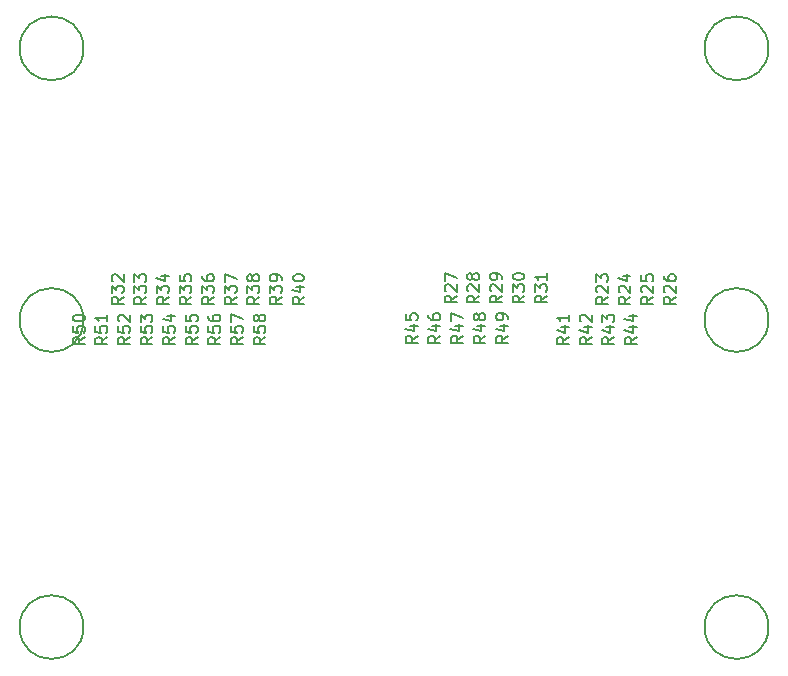
<source format=gbr>
%TF.GenerationSoftware,KiCad,Pcbnew,(6.0.5-0)*%
%TF.CreationDate,2023-01-29T19:07:15-06:00*%
%TF.ProjectId,piscsi,70697363-7369-42e6-9b69-6361645f7063,rev?*%
%TF.SameCoordinates,PX59d60c0PY325aa00*%
%TF.FileFunction,Other,Comment*%
%FSLAX46Y46*%
G04 Gerber Fmt 4.6, Leading zero omitted, Abs format (unit mm)*
G04 Created by KiCad (PCBNEW (6.0.5-0)) date 2023-01-29 19:07:15*
%MOMM*%
%LPD*%
G01*
G04 APERTURE LIST*
%ADD10C,0.150000*%
G04 APERTURE END LIST*
D10*
%TO.C,R31*%
X125742380Y-14142857D02*
X125266190Y-14476190D01*
X125742380Y-14714285D02*
X124742380Y-14714285D01*
X124742380Y-14333333D01*
X124790000Y-14238095D01*
X124837619Y-14190476D01*
X124932857Y-14142857D01*
X125075714Y-14142857D01*
X125170952Y-14190476D01*
X125218571Y-14238095D01*
X125266190Y-14333333D01*
X125266190Y-14714285D01*
X124742380Y-13809523D02*
X124742380Y-13190476D01*
X125123333Y-13523809D01*
X125123333Y-13380952D01*
X125170952Y-13285714D01*
X125218571Y-13238095D01*
X125313809Y-13190476D01*
X125551904Y-13190476D01*
X125647142Y-13238095D01*
X125694761Y-13285714D01*
X125742380Y-13380952D01*
X125742380Y-13666666D01*
X125694761Y-13761904D01*
X125647142Y-13809523D01*
X125742380Y-12238095D02*
X125742380Y-12809523D01*
X125742380Y-12523809D02*
X124742380Y-12523809D01*
X124885238Y-12619047D01*
X124980476Y-12714285D01*
X125028095Y-12809523D01*
%TO.C,R23*%
X130904880Y-14242857D02*
X130428690Y-14576190D01*
X130904880Y-14814285D02*
X129904880Y-14814285D01*
X129904880Y-14433333D01*
X129952500Y-14338095D01*
X130000119Y-14290476D01*
X130095357Y-14242857D01*
X130238214Y-14242857D01*
X130333452Y-14290476D01*
X130381071Y-14338095D01*
X130428690Y-14433333D01*
X130428690Y-14814285D01*
X130000119Y-13861904D02*
X129952500Y-13814285D01*
X129904880Y-13719047D01*
X129904880Y-13480952D01*
X129952500Y-13385714D01*
X130000119Y-13338095D01*
X130095357Y-13290476D01*
X130190595Y-13290476D01*
X130333452Y-13338095D01*
X130904880Y-13909523D01*
X130904880Y-13290476D01*
X129904880Y-12957142D02*
X129904880Y-12338095D01*
X130285833Y-12671428D01*
X130285833Y-12528571D01*
X130333452Y-12433333D01*
X130381071Y-12385714D01*
X130476309Y-12338095D01*
X130714404Y-12338095D01*
X130809642Y-12385714D01*
X130857261Y-12433333D01*
X130904880Y-12528571D01*
X130904880Y-12814285D01*
X130857261Y-12909523D01*
X130809642Y-12957142D01*
%TO.C,R24*%
X132817380Y-14242857D02*
X132341190Y-14576190D01*
X132817380Y-14814285D02*
X131817380Y-14814285D01*
X131817380Y-14433333D01*
X131865000Y-14338095D01*
X131912619Y-14290476D01*
X132007857Y-14242857D01*
X132150714Y-14242857D01*
X132245952Y-14290476D01*
X132293571Y-14338095D01*
X132341190Y-14433333D01*
X132341190Y-14814285D01*
X131912619Y-13861904D02*
X131865000Y-13814285D01*
X131817380Y-13719047D01*
X131817380Y-13480952D01*
X131865000Y-13385714D01*
X131912619Y-13338095D01*
X132007857Y-13290476D01*
X132103095Y-13290476D01*
X132245952Y-13338095D01*
X132817380Y-13909523D01*
X132817380Y-13290476D01*
X132150714Y-12433333D02*
X132817380Y-12433333D01*
X131769761Y-12671428D02*
X132484047Y-12909523D01*
X132484047Y-12290476D01*
%TO.C,R25*%
X134729880Y-14242857D02*
X134253690Y-14576190D01*
X134729880Y-14814285D02*
X133729880Y-14814285D01*
X133729880Y-14433333D01*
X133777500Y-14338095D01*
X133825119Y-14290476D01*
X133920357Y-14242857D01*
X134063214Y-14242857D01*
X134158452Y-14290476D01*
X134206071Y-14338095D01*
X134253690Y-14433333D01*
X134253690Y-14814285D01*
X133825119Y-13861904D02*
X133777500Y-13814285D01*
X133729880Y-13719047D01*
X133729880Y-13480952D01*
X133777500Y-13385714D01*
X133825119Y-13338095D01*
X133920357Y-13290476D01*
X134015595Y-13290476D01*
X134158452Y-13338095D01*
X134729880Y-13909523D01*
X134729880Y-13290476D01*
X133729880Y-12385714D02*
X133729880Y-12861904D01*
X134206071Y-12909523D01*
X134158452Y-12861904D01*
X134110833Y-12766666D01*
X134110833Y-12528571D01*
X134158452Y-12433333D01*
X134206071Y-12385714D01*
X134301309Y-12338095D01*
X134539404Y-12338095D01*
X134634642Y-12385714D01*
X134682261Y-12433333D01*
X134729880Y-12528571D01*
X134729880Y-12766666D01*
X134682261Y-12861904D01*
X134634642Y-12909523D01*
%TO.C,R26*%
X136642380Y-14242857D02*
X136166190Y-14576190D01*
X136642380Y-14814285D02*
X135642380Y-14814285D01*
X135642380Y-14433333D01*
X135690000Y-14338095D01*
X135737619Y-14290476D01*
X135832857Y-14242857D01*
X135975714Y-14242857D01*
X136070952Y-14290476D01*
X136118571Y-14338095D01*
X136166190Y-14433333D01*
X136166190Y-14814285D01*
X135737619Y-13861904D02*
X135690000Y-13814285D01*
X135642380Y-13719047D01*
X135642380Y-13480952D01*
X135690000Y-13385714D01*
X135737619Y-13338095D01*
X135832857Y-13290476D01*
X135928095Y-13290476D01*
X136070952Y-13338095D01*
X136642380Y-13909523D01*
X136642380Y-13290476D01*
X135642380Y-12433333D02*
X135642380Y-12623809D01*
X135690000Y-12719047D01*
X135737619Y-12766666D01*
X135880476Y-12861904D01*
X136070952Y-12909523D01*
X136451904Y-12909523D01*
X136547142Y-12861904D01*
X136594761Y-12814285D01*
X136642380Y-12719047D01*
X136642380Y-12528571D01*
X136594761Y-12433333D01*
X136547142Y-12385714D01*
X136451904Y-12338095D01*
X136213809Y-12338095D01*
X136118571Y-12385714D01*
X136070952Y-12433333D01*
X136023333Y-12528571D01*
X136023333Y-12719047D01*
X136070952Y-12814285D01*
X136118571Y-12861904D01*
X136213809Y-12909523D01*
%TO.C,R27*%
X118092380Y-14142857D02*
X117616190Y-14476190D01*
X118092380Y-14714285D02*
X117092380Y-14714285D01*
X117092380Y-14333333D01*
X117140000Y-14238095D01*
X117187619Y-14190476D01*
X117282857Y-14142857D01*
X117425714Y-14142857D01*
X117520952Y-14190476D01*
X117568571Y-14238095D01*
X117616190Y-14333333D01*
X117616190Y-14714285D01*
X117187619Y-13761904D02*
X117140000Y-13714285D01*
X117092380Y-13619047D01*
X117092380Y-13380952D01*
X117140000Y-13285714D01*
X117187619Y-13238095D01*
X117282857Y-13190476D01*
X117378095Y-13190476D01*
X117520952Y-13238095D01*
X118092380Y-13809523D01*
X118092380Y-13190476D01*
X117092380Y-12857142D02*
X117092380Y-12190476D01*
X118092380Y-12619047D01*
%TO.C,R28*%
X120004880Y-14142857D02*
X119528690Y-14476190D01*
X120004880Y-14714285D02*
X119004880Y-14714285D01*
X119004880Y-14333333D01*
X119052500Y-14238095D01*
X119100119Y-14190476D01*
X119195357Y-14142857D01*
X119338214Y-14142857D01*
X119433452Y-14190476D01*
X119481071Y-14238095D01*
X119528690Y-14333333D01*
X119528690Y-14714285D01*
X119100119Y-13761904D02*
X119052500Y-13714285D01*
X119004880Y-13619047D01*
X119004880Y-13380952D01*
X119052500Y-13285714D01*
X119100119Y-13238095D01*
X119195357Y-13190476D01*
X119290595Y-13190476D01*
X119433452Y-13238095D01*
X120004880Y-13809523D01*
X120004880Y-13190476D01*
X119433452Y-12619047D02*
X119385833Y-12714285D01*
X119338214Y-12761904D01*
X119242976Y-12809523D01*
X119195357Y-12809523D01*
X119100119Y-12761904D01*
X119052500Y-12714285D01*
X119004880Y-12619047D01*
X119004880Y-12428571D01*
X119052500Y-12333333D01*
X119100119Y-12285714D01*
X119195357Y-12238095D01*
X119242976Y-12238095D01*
X119338214Y-12285714D01*
X119385833Y-12333333D01*
X119433452Y-12428571D01*
X119433452Y-12619047D01*
X119481071Y-12714285D01*
X119528690Y-12761904D01*
X119623928Y-12809523D01*
X119814404Y-12809523D01*
X119909642Y-12761904D01*
X119957261Y-12714285D01*
X120004880Y-12619047D01*
X120004880Y-12428571D01*
X119957261Y-12333333D01*
X119909642Y-12285714D01*
X119814404Y-12238095D01*
X119623928Y-12238095D01*
X119528690Y-12285714D01*
X119481071Y-12333333D01*
X119433452Y-12428571D01*
%TO.C,R29*%
X121917380Y-14142857D02*
X121441190Y-14476190D01*
X121917380Y-14714285D02*
X120917380Y-14714285D01*
X120917380Y-14333333D01*
X120965000Y-14238095D01*
X121012619Y-14190476D01*
X121107857Y-14142857D01*
X121250714Y-14142857D01*
X121345952Y-14190476D01*
X121393571Y-14238095D01*
X121441190Y-14333333D01*
X121441190Y-14714285D01*
X121012619Y-13761904D02*
X120965000Y-13714285D01*
X120917380Y-13619047D01*
X120917380Y-13380952D01*
X120965000Y-13285714D01*
X121012619Y-13238095D01*
X121107857Y-13190476D01*
X121203095Y-13190476D01*
X121345952Y-13238095D01*
X121917380Y-13809523D01*
X121917380Y-13190476D01*
X121917380Y-12714285D02*
X121917380Y-12523809D01*
X121869761Y-12428571D01*
X121822142Y-12380952D01*
X121679285Y-12285714D01*
X121488809Y-12238095D01*
X121107857Y-12238095D01*
X121012619Y-12285714D01*
X120965000Y-12333333D01*
X120917380Y-12428571D01*
X120917380Y-12619047D01*
X120965000Y-12714285D01*
X121012619Y-12761904D01*
X121107857Y-12809523D01*
X121345952Y-12809523D01*
X121441190Y-12761904D01*
X121488809Y-12714285D01*
X121536428Y-12619047D01*
X121536428Y-12428571D01*
X121488809Y-12333333D01*
X121441190Y-12285714D01*
X121345952Y-12238095D01*
%TO.C,R30*%
X123829880Y-14142857D02*
X123353690Y-14476190D01*
X123829880Y-14714285D02*
X122829880Y-14714285D01*
X122829880Y-14333333D01*
X122877500Y-14238095D01*
X122925119Y-14190476D01*
X123020357Y-14142857D01*
X123163214Y-14142857D01*
X123258452Y-14190476D01*
X123306071Y-14238095D01*
X123353690Y-14333333D01*
X123353690Y-14714285D01*
X122829880Y-13809523D02*
X122829880Y-13190476D01*
X123210833Y-13523809D01*
X123210833Y-13380952D01*
X123258452Y-13285714D01*
X123306071Y-13238095D01*
X123401309Y-13190476D01*
X123639404Y-13190476D01*
X123734642Y-13238095D01*
X123782261Y-13285714D01*
X123829880Y-13380952D01*
X123829880Y-13666666D01*
X123782261Y-13761904D01*
X123734642Y-13809523D01*
X122829880Y-12571428D02*
X122829880Y-12476190D01*
X122877500Y-12380952D01*
X122925119Y-12333333D01*
X123020357Y-12285714D01*
X123210833Y-12238095D01*
X123448928Y-12238095D01*
X123639404Y-12285714D01*
X123734642Y-12333333D01*
X123782261Y-12380952D01*
X123829880Y-12476190D01*
X123829880Y-12571428D01*
X123782261Y-12666666D01*
X123734642Y-12714285D01*
X123639404Y-12761904D01*
X123448928Y-12809523D01*
X123210833Y-12809523D01*
X123020357Y-12761904D01*
X122925119Y-12714285D01*
X122877500Y-12666666D01*
X122829880Y-12571428D01*
%TO.C,R34*%
X93727380Y-14242857D02*
X93251190Y-14576190D01*
X93727380Y-14814285D02*
X92727380Y-14814285D01*
X92727380Y-14433333D01*
X92775000Y-14338095D01*
X92822619Y-14290476D01*
X92917857Y-14242857D01*
X93060714Y-14242857D01*
X93155952Y-14290476D01*
X93203571Y-14338095D01*
X93251190Y-14433333D01*
X93251190Y-14814285D01*
X92727380Y-13909523D02*
X92727380Y-13290476D01*
X93108333Y-13623809D01*
X93108333Y-13480952D01*
X93155952Y-13385714D01*
X93203571Y-13338095D01*
X93298809Y-13290476D01*
X93536904Y-13290476D01*
X93632142Y-13338095D01*
X93679761Y-13385714D01*
X93727380Y-13480952D01*
X93727380Y-13766666D01*
X93679761Y-13861904D01*
X93632142Y-13909523D01*
X93060714Y-12433333D02*
X93727380Y-12433333D01*
X92679761Y-12671428D02*
X93394047Y-12909523D01*
X93394047Y-12290476D01*
%TO.C,R35*%
X95639880Y-14242857D02*
X95163690Y-14576190D01*
X95639880Y-14814285D02*
X94639880Y-14814285D01*
X94639880Y-14433333D01*
X94687500Y-14338095D01*
X94735119Y-14290476D01*
X94830357Y-14242857D01*
X94973214Y-14242857D01*
X95068452Y-14290476D01*
X95116071Y-14338095D01*
X95163690Y-14433333D01*
X95163690Y-14814285D01*
X94639880Y-13909523D02*
X94639880Y-13290476D01*
X95020833Y-13623809D01*
X95020833Y-13480952D01*
X95068452Y-13385714D01*
X95116071Y-13338095D01*
X95211309Y-13290476D01*
X95449404Y-13290476D01*
X95544642Y-13338095D01*
X95592261Y-13385714D01*
X95639880Y-13480952D01*
X95639880Y-13766666D01*
X95592261Y-13861904D01*
X95544642Y-13909523D01*
X94639880Y-12385714D02*
X94639880Y-12861904D01*
X95116071Y-12909523D01*
X95068452Y-12861904D01*
X95020833Y-12766666D01*
X95020833Y-12528571D01*
X95068452Y-12433333D01*
X95116071Y-12385714D01*
X95211309Y-12338095D01*
X95449404Y-12338095D01*
X95544642Y-12385714D01*
X95592261Y-12433333D01*
X95639880Y-12528571D01*
X95639880Y-12766666D01*
X95592261Y-12861904D01*
X95544642Y-12909523D01*
%TO.C,R36*%
X97552380Y-14242857D02*
X97076190Y-14576190D01*
X97552380Y-14814285D02*
X96552380Y-14814285D01*
X96552380Y-14433333D01*
X96600000Y-14338095D01*
X96647619Y-14290476D01*
X96742857Y-14242857D01*
X96885714Y-14242857D01*
X96980952Y-14290476D01*
X97028571Y-14338095D01*
X97076190Y-14433333D01*
X97076190Y-14814285D01*
X96552380Y-13909523D02*
X96552380Y-13290476D01*
X96933333Y-13623809D01*
X96933333Y-13480952D01*
X96980952Y-13385714D01*
X97028571Y-13338095D01*
X97123809Y-13290476D01*
X97361904Y-13290476D01*
X97457142Y-13338095D01*
X97504761Y-13385714D01*
X97552380Y-13480952D01*
X97552380Y-13766666D01*
X97504761Y-13861904D01*
X97457142Y-13909523D01*
X96552380Y-12433333D02*
X96552380Y-12623809D01*
X96600000Y-12719047D01*
X96647619Y-12766666D01*
X96790476Y-12861904D01*
X96980952Y-12909523D01*
X97361904Y-12909523D01*
X97457142Y-12861904D01*
X97504761Y-12814285D01*
X97552380Y-12719047D01*
X97552380Y-12528571D01*
X97504761Y-12433333D01*
X97457142Y-12385714D01*
X97361904Y-12338095D01*
X97123809Y-12338095D01*
X97028571Y-12385714D01*
X96980952Y-12433333D01*
X96933333Y-12528571D01*
X96933333Y-12719047D01*
X96980952Y-12814285D01*
X97028571Y-12861904D01*
X97123809Y-12909523D01*
%TO.C,R37*%
X99464880Y-14242857D02*
X98988690Y-14576190D01*
X99464880Y-14814285D02*
X98464880Y-14814285D01*
X98464880Y-14433333D01*
X98512500Y-14338095D01*
X98560119Y-14290476D01*
X98655357Y-14242857D01*
X98798214Y-14242857D01*
X98893452Y-14290476D01*
X98941071Y-14338095D01*
X98988690Y-14433333D01*
X98988690Y-14814285D01*
X98464880Y-13909523D02*
X98464880Y-13290476D01*
X98845833Y-13623809D01*
X98845833Y-13480952D01*
X98893452Y-13385714D01*
X98941071Y-13338095D01*
X99036309Y-13290476D01*
X99274404Y-13290476D01*
X99369642Y-13338095D01*
X99417261Y-13385714D01*
X99464880Y-13480952D01*
X99464880Y-13766666D01*
X99417261Y-13861904D01*
X99369642Y-13909523D01*
X98464880Y-12957142D02*
X98464880Y-12290476D01*
X99464880Y-12719047D01*
%TO.C,R38*%
X101377380Y-14242857D02*
X100901190Y-14576190D01*
X101377380Y-14814285D02*
X100377380Y-14814285D01*
X100377380Y-14433333D01*
X100425000Y-14338095D01*
X100472619Y-14290476D01*
X100567857Y-14242857D01*
X100710714Y-14242857D01*
X100805952Y-14290476D01*
X100853571Y-14338095D01*
X100901190Y-14433333D01*
X100901190Y-14814285D01*
X100377380Y-13909523D02*
X100377380Y-13290476D01*
X100758333Y-13623809D01*
X100758333Y-13480952D01*
X100805952Y-13385714D01*
X100853571Y-13338095D01*
X100948809Y-13290476D01*
X101186904Y-13290476D01*
X101282142Y-13338095D01*
X101329761Y-13385714D01*
X101377380Y-13480952D01*
X101377380Y-13766666D01*
X101329761Y-13861904D01*
X101282142Y-13909523D01*
X100805952Y-12719047D02*
X100758333Y-12814285D01*
X100710714Y-12861904D01*
X100615476Y-12909523D01*
X100567857Y-12909523D01*
X100472619Y-12861904D01*
X100425000Y-12814285D01*
X100377380Y-12719047D01*
X100377380Y-12528571D01*
X100425000Y-12433333D01*
X100472619Y-12385714D01*
X100567857Y-12338095D01*
X100615476Y-12338095D01*
X100710714Y-12385714D01*
X100758333Y-12433333D01*
X100805952Y-12528571D01*
X100805952Y-12719047D01*
X100853571Y-12814285D01*
X100901190Y-12861904D01*
X100996428Y-12909523D01*
X101186904Y-12909523D01*
X101282142Y-12861904D01*
X101329761Y-12814285D01*
X101377380Y-12719047D01*
X101377380Y-12528571D01*
X101329761Y-12433333D01*
X101282142Y-12385714D01*
X101186904Y-12338095D01*
X100996428Y-12338095D01*
X100901190Y-12385714D01*
X100853571Y-12433333D01*
X100805952Y-12528571D01*
%TO.C,R39*%
X103289880Y-14242857D02*
X102813690Y-14576190D01*
X103289880Y-14814285D02*
X102289880Y-14814285D01*
X102289880Y-14433333D01*
X102337500Y-14338095D01*
X102385119Y-14290476D01*
X102480357Y-14242857D01*
X102623214Y-14242857D01*
X102718452Y-14290476D01*
X102766071Y-14338095D01*
X102813690Y-14433333D01*
X102813690Y-14814285D01*
X102289880Y-13909523D02*
X102289880Y-13290476D01*
X102670833Y-13623809D01*
X102670833Y-13480952D01*
X102718452Y-13385714D01*
X102766071Y-13338095D01*
X102861309Y-13290476D01*
X103099404Y-13290476D01*
X103194642Y-13338095D01*
X103242261Y-13385714D01*
X103289880Y-13480952D01*
X103289880Y-13766666D01*
X103242261Y-13861904D01*
X103194642Y-13909523D01*
X103289880Y-12814285D02*
X103289880Y-12623809D01*
X103242261Y-12528571D01*
X103194642Y-12480952D01*
X103051785Y-12385714D01*
X102861309Y-12338095D01*
X102480357Y-12338095D01*
X102385119Y-12385714D01*
X102337500Y-12433333D01*
X102289880Y-12528571D01*
X102289880Y-12719047D01*
X102337500Y-12814285D01*
X102385119Y-12861904D01*
X102480357Y-12909523D01*
X102718452Y-12909523D01*
X102813690Y-12861904D01*
X102861309Y-12814285D01*
X102908928Y-12719047D01*
X102908928Y-12528571D01*
X102861309Y-12433333D01*
X102813690Y-12385714D01*
X102718452Y-12338095D01*
%TO.C,R40*%
X105202380Y-14242857D02*
X104726190Y-14576190D01*
X105202380Y-14814285D02*
X104202380Y-14814285D01*
X104202380Y-14433333D01*
X104250000Y-14338095D01*
X104297619Y-14290476D01*
X104392857Y-14242857D01*
X104535714Y-14242857D01*
X104630952Y-14290476D01*
X104678571Y-14338095D01*
X104726190Y-14433333D01*
X104726190Y-14814285D01*
X104535714Y-13385714D02*
X105202380Y-13385714D01*
X104154761Y-13623809D02*
X104869047Y-13861904D01*
X104869047Y-13242857D01*
X104202380Y-12671428D02*
X104202380Y-12576190D01*
X104250000Y-12480952D01*
X104297619Y-12433333D01*
X104392857Y-12385714D01*
X104583333Y-12338095D01*
X104821428Y-12338095D01*
X105011904Y-12385714D01*
X105107142Y-12433333D01*
X105154761Y-12480952D01*
X105202380Y-12576190D01*
X105202380Y-12671428D01*
X105154761Y-12766666D01*
X105107142Y-12814285D01*
X105011904Y-12861904D01*
X104821428Y-12909523D01*
X104583333Y-12909523D01*
X104392857Y-12861904D01*
X104297619Y-12814285D01*
X104250000Y-12766666D01*
X104202380Y-12671428D01*
%TO.C,R41*%
X127604880Y-17642857D02*
X127128690Y-17976190D01*
X127604880Y-18214285D02*
X126604880Y-18214285D01*
X126604880Y-17833333D01*
X126652500Y-17738095D01*
X126700119Y-17690476D01*
X126795357Y-17642857D01*
X126938214Y-17642857D01*
X127033452Y-17690476D01*
X127081071Y-17738095D01*
X127128690Y-17833333D01*
X127128690Y-18214285D01*
X126938214Y-16785714D02*
X127604880Y-16785714D01*
X126557261Y-17023809D02*
X127271547Y-17261904D01*
X127271547Y-16642857D01*
X127604880Y-15738095D02*
X127604880Y-16309523D01*
X127604880Y-16023809D02*
X126604880Y-16023809D01*
X126747738Y-16119047D01*
X126842976Y-16214285D01*
X126890595Y-16309523D01*
%TO.C,R42*%
X129517380Y-17642857D02*
X129041190Y-17976190D01*
X129517380Y-18214285D02*
X128517380Y-18214285D01*
X128517380Y-17833333D01*
X128565000Y-17738095D01*
X128612619Y-17690476D01*
X128707857Y-17642857D01*
X128850714Y-17642857D01*
X128945952Y-17690476D01*
X128993571Y-17738095D01*
X129041190Y-17833333D01*
X129041190Y-18214285D01*
X128850714Y-16785714D02*
X129517380Y-16785714D01*
X128469761Y-17023809D02*
X129184047Y-17261904D01*
X129184047Y-16642857D01*
X128612619Y-16309523D02*
X128565000Y-16261904D01*
X128517380Y-16166666D01*
X128517380Y-15928571D01*
X128565000Y-15833333D01*
X128612619Y-15785714D01*
X128707857Y-15738095D01*
X128803095Y-15738095D01*
X128945952Y-15785714D01*
X129517380Y-16357142D01*
X129517380Y-15738095D01*
%TO.C,R43*%
X131429880Y-17642857D02*
X130953690Y-17976190D01*
X131429880Y-18214285D02*
X130429880Y-18214285D01*
X130429880Y-17833333D01*
X130477500Y-17738095D01*
X130525119Y-17690476D01*
X130620357Y-17642857D01*
X130763214Y-17642857D01*
X130858452Y-17690476D01*
X130906071Y-17738095D01*
X130953690Y-17833333D01*
X130953690Y-18214285D01*
X130763214Y-16785714D02*
X131429880Y-16785714D01*
X130382261Y-17023809D02*
X131096547Y-17261904D01*
X131096547Y-16642857D01*
X130429880Y-16357142D02*
X130429880Y-15738095D01*
X130810833Y-16071428D01*
X130810833Y-15928571D01*
X130858452Y-15833333D01*
X130906071Y-15785714D01*
X131001309Y-15738095D01*
X131239404Y-15738095D01*
X131334642Y-15785714D01*
X131382261Y-15833333D01*
X131429880Y-15928571D01*
X131429880Y-16214285D01*
X131382261Y-16309523D01*
X131334642Y-16357142D01*
%TO.C,R44*%
X133342380Y-17642857D02*
X132866190Y-17976190D01*
X133342380Y-18214285D02*
X132342380Y-18214285D01*
X132342380Y-17833333D01*
X132390000Y-17738095D01*
X132437619Y-17690476D01*
X132532857Y-17642857D01*
X132675714Y-17642857D01*
X132770952Y-17690476D01*
X132818571Y-17738095D01*
X132866190Y-17833333D01*
X132866190Y-18214285D01*
X132675714Y-16785714D02*
X133342380Y-16785714D01*
X132294761Y-17023809D02*
X133009047Y-17261904D01*
X133009047Y-16642857D01*
X132675714Y-15833333D02*
X133342380Y-15833333D01*
X132294761Y-16071428D02*
X133009047Y-16309523D01*
X133009047Y-15690476D01*
%TO.C,R45*%
X114792380Y-17542857D02*
X114316190Y-17876190D01*
X114792380Y-18114285D02*
X113792380Y-18114285D01*
X113792380Y-17733333D01*
X113840000Y-17638095D01*
X113887619Y-17590476D01*
X113982857Y-17542857D01*
X114125714Y-17542857D01*
X114220952Y-17590476D01*
X114268571Y-17638095D01*
X114316190Y-17733333D01*
X114316190Y-18114285D01*
X114125714Y-16685714D02*
X114792380Y-16685714D01*
X113744761Y-16923809D02*
X114459047Y-17161904D01*
X114459047Y-16542857D01*
X113792380Y-15685714D02*
X113792380Y-16161904D01*
X114268571Y-16209523D01*
X114220952Y-16161904D01*
X114173333Y-16066666D01*
X114173333Y-15828571D01*
X114220952Y-15733333D01*
X114268571Y-15685714D01*
X114363809Y-15638095D01*
X114601904Y-15638095D01*
X114697142Y-15685714D01*
X114744761Y-15733333D01*
X114792380Y-15828571D01*
X114792380Y-16066666D01*
X114744761Y-16161904D01*
X114697142Y-16209523D01*
%TO.C,R46*%
X116704880Y-17542857D02*
X116228690Y-17876190D01*
X116704880Y-18114285D02*
X115704880Y-18114285D01*
X115704880Y-17733333D01*
X115752500Y-17638095D01*
X115800119Y-17590476D01*
X115895357Y-17542857D01*
X116038214Y-17542857D01*
X116133452Y-17590476D01*
X116181071Y-17638095D01*
X116228690Y-17733333D01*
X116228690Y-18114285D01*
X116038214Y-16685714D02*
X116704880Y-16685714D01*
X115657261Y-16923809D02*
X116371547Y-17161904D01*
X116371547Y-16542857D01*
X115704880Y-15733333D02*
X115704880Y-15923809D01*
X115752500Y-16019047D01*
X115800119Y-16066666D01*
X115942976Y-16161904D01*
X116133452Y-16209523D01*
X116514404Y-16209523D01*
X116609642Y-16161904D01*
X116657261Y-16114285D01*
X116704880Y-16019047D01*
X116704880Y-15828571D01*
X116657261Y-15733333D01*
X116609642Y-15685714D01*
X116514404Y-15638095D01*
X116276309Y-15638095D01*
X116181071Y-15685714D01*
X116133452Y-15733333D01*
X116085833Y-15828571D01*
X116085833Y-16019047D01*
X116133452Y-16114285D01*
X116181071Y-16161904D01*
X116276309Y-16209523D01*
%TO.C,R47*%
X118617380Y-17542857D02*
X118141190Y-17876190D01*
X118617380Y-18114285D02*
X117617380Y-18114285D01*
X117617380Y-17733333D01*
X117665000Y-17638095D01*
X117712619Y-17590476D01*
X117807857Y-17542857D01*
X117950714Y-17542857D01*
X118045952Y-17590476D01*
X118093571Y-17638095D01*
X118141190Y-17733333D01*
X118141190Y-18114285D01*
X117950714Y-16685714D02*
X118617380Y-16685714D01*
X117569761Y-16923809D02*
X118284047Y-17161904D01*
X118284047Y-16542857D01*
X117617380Y-16257142D02*
X117617380Y-15590476D01*
X118617380Y-16019047D01*
%TO.C,R48*%
X120529880Y-17542857D02*
X120053690Y-17876190D01*
X120529880Y-18114285D02*
X119529880Y-18114285D01*
X119529880Y-17733333D01*
X119577500Y-17638095D01*
X119625119Y-17590476D01*
X119720357Y-17542857D01*
X119863214Y-17542857D01*
X119958452Y-17590476D01*
X120006071Y-17638095D01*
X120053690Y-17733333D01*
X120053690Y-18114285D01*
X119863214Y-16685714D02*
X120529880Y-16685714D01*
X119482261Y-16923809D02*
X120196547Y-17161904D01*
X120196547Y-16542857D01*
X119958452Y-16019047D02*
X119910833Y-16114285D01*
X119863214Y-16161904D01*
X119767976Y-16209523D01*
X119720357Y-16209523D01*
X119625119Y-16161904D01*
X119577500Y-16114285D01*
X119529880Y-16019047D01*
X119529880Y-15828571D01*
X119577500Y-15733333D01*
X119625119Y-15685714D01*
X119720357Y-15638095D01*
X119767976Y-15638095D01*
X119863214Y-15685714D01*
X119910833Y-15733333D01*
X119958452Y-15828571D01*
X119958452Y-16019047D01*
X120006071Y-16114285D01*
X120053690Y-16161904D01*
X120148928Y-16209523D01*
X120339404Y-16209523D01*
X120434642Y-16161904D01*
X120482261Y-16114285D01*
X120529880Y-16019047D01*
X120529880Y-15828571D01*
X120482261Y-15733333D01*
X120434642Y-15685714D01*
X120339404Y-15638095D01*
X120148928Y-15638095D01*
X120053690Y-15685714D01*
X120006071Y-15733333D01*
X119958452Y-15828571D01*
%TO.C,R49*%
X122442380Y-17542857D02*
X121966190Y-17876190D01*
X122442380Y-18114285D02*
X121442380Y-18114285D01*
X121442380Y-17733333D01*
X121490000Y-17638095D01*
X121537619Y-17590476D01*
X121632857Y-17542857D01*
X121775714Y-17542857D01*
X121870952Y-17590476D01*
X121918571Y-17638095D01*
X121966190Y-17733333D01*
X121966190Y-18114285D01*
X121775714Y-16685714D02*
X122442380Y-16685714D01*
X121394761Y-16923809D02*
X122109047Y-17161904D01*
X122109047Y-16542857D01*
X122442380Y-16114285D02*
X122442380Y-15923809D01*
X122394761Y-15828571D01*
X122347142Y-15780952D01*
X122204285Y-15685714D01*
X122013809Y-15638095D01*
X121632857Y-15638095D01*
X121537619Y-15685714D01*
X121490000Y-15733333D01*
X121442380Y-15828571D01*
X121442380Y-16019047D01*
X121490000Y-16114285D01*
X121537619Y-16161904D01*
X121632857Y-16209523D01*
X121870952Y-16209523D01*
X121966190Y-16161904D01*
X122013809Y-16114285D01*
X122061428Y-16019047D01*
X122061428Y-15828571D01*
X122013809Y-15733333D01*
X121966190Y-15685714D01*
X121870952Y-15638095D01*
%TO.C,R50*%
X86602380Y-17642857D02*
X86126190Y-17976190D01*
X86602380Y-18214285D02*
X85602380Y-18214285D01*
X85602380Y-17833333D01*
X85650000Y-17738095D01*
X85697619Y-17690476D01*
X85792857Y-17642857D01*
X85935714Y-17642857D01*
X86030952Y-17690476D01*
X86078571Y-17738095D01*
X86126190Y-17833333D01*
X86126190Y-18214285D01*
X85602380Y-16738095D02*
X85602380Y-17214285D01*
X86078571Y-17261904D01*
X86030952Y-17214285D01*
X85983333Y-17119047D01*
X85983333Y-16880952D01*
X86030952Y-16785714D01*
X86078571Y-16738095D01*
X86173809Y-16690476D01*
X86411904Y-16690476D01*
X86507142Y-16738095D01*
X86554761Y-16785714D01*
X86602380Y-16880952D01*
X86602380Y-17119047D01*
X86554761Y-17214285D01*
X86507142Y-17261904D01*
X85602380Y-16071428D02*
X85602380Y-15976190D01*
X85650000Y-15880952D01*
X85697619Y-15833333D01*
X85792857Y-15785714D01*
X85983333Y-15738095D01*
X86221428Y-15738095D01*
X86411904Y-15785714D01*
X86507142Y-15833333D01*
X86554761Y-15880952D01*
X86602380Y-15976190D01*
X86602380Y-16071428D01*
X86554761Y-16166666D01*
X86507142Y-16214285D01*
X86411904Y-16261904D01*
X86221428Y-16309523D01*
X85983333Y-16309523D01*
X85792857Y-16261904D01*
X85697619Y-16214285D01*
X85650000Y-16166666D01*
X85602380Y-16071428D01*
%TO.C,R51*%
X88514880Y-17642857D02*
X88038690Y-17976190D01*
X88514880Y-18214285D02*
X87514880Y-18214285D01*
X87514880Y-17833333D01*
X87562500Y-17738095D01*
X87610119Y-17690476D01*
X87705357Y-17642857D01*
X87848214Y-17642857D01*
X87943452Y-17690476D01*
X87991071Y-17738095D01*
X88038690Y-17833333D01*
X88038690Y-18214285D01*
X87514880Y-16738095D02*
X87514880Y-17214285D01*
X87991071Y-17261904D01*
X87943452Y-17214285D01*
X87895833Y-17119047D01*
X87895833Y-16880952D01*
X87943452Y-16785714D01*
X87991071Y-16738095D01*
X88086309Y-16690476D01*
X88324404Y-16690476D01*
X88419642Y-16738095D01*
X88467261Y-16785714D01*
X88514880Y-16880952D01*
X88514880Y-17119047D01*
X88467261Y-17214285D01*
X88419642Y-17261904D01*
X88514880Y-15738095D02*
X88514880Y-16309523D01*
X88514880Y-16023809D02*
X87514880Y-16023809D01*
X87657738Y-16119047D01*
X87752976Y-16214285D01*
X87800595Y-16309523D01*
%TO.C,R52*%
X90427380Y-17642857D02*
X89951190Y-17976190D01*
X90427380Y-18214285D02*
X89427380Y-18214285D01*
X89427380Y-17833333D01*
X89475000Y-17738095D01*
X89522619Y-17690476D01*
X89617857Y-17642857D01*
X89760714Y-17642857D01*
X89855952Y-17690476D01*
X89903571Y-17738095D01*
X89951190Y-17833333D01*
X89951190Y-18214285D01*
X89427380Y-16738095D02*
X89427380Y-17214285D01*
X89903571Y-17261904D01*
X89855952Y-17214285D01*
X89808333Y-17119047D01*
X89808333Y-16880952D01*
X89855952Y-16785714D01*
X89903571Y-16738095D01*
X89998809Y-16690476D01*
X90236904Y-16690476D01*
X90332142Y-16738095D01*
X90379761Y-16785714D01*
X90427380Y-16880952D01*
X90427380Y-17119047D01*
X90379761Y-17214285D01*
X90332142Y-17261904D01*
X89522619Y-16309523D02*
X89475000Y-16261904D01*
X89427380Y-16166666D01*
X89427380Y-15928571D01*
X89475000Y-15833333D01*
X89522619Y-15785714D01*
X89617857Y-15738095D01*
X89713095Y-15738095D01*
X89855952Y-15785714D01*
X90427380Y-16357142D01*
X90427380Y-15738095D01*
%TO.C,R53*%
X92339880Y-17642857D02*
X91863690Y-17976190D01*
X92339880Y-18214285D02*
X91339880Y-18214285D01*
X91339880Y-17833333D01*
X91387500Y-17738095D01*
X91435119Y-17690476D01*
X91530357Y-17642857D01*
X91673214Y-17642857D01*
X91768452Y-17690476D01*
X91816071Y-17738095D01*
X91863690Y-17833333D01*
X91863690Y-18214285D01*
X91339880Y-16738095D02*
X91339880Y-17214285D01*
X91816071Y-17261904D01*
X91768452Y-17214285D01*
X91720833Y-17119047D01*
X91720833Y-16880952D01*
X91768452Y-16785714D01*
X91816071Y-16738095D01*
X91911309Y-16690476D01*
X92149404Y-16690476D01*
X92244642Y-16738095D01*
X92292261Y-16785714D01*
X92339880Y-16880952D01*
X92339880Y-17119047D01*
X92292261Y-17214285D01*
X92244642Y-17261904D01*
X91339880Y-16357142D02*
X91339880Y-15738095D01*
X91720833Y-16071428D01*
X91720833Y-15928571D01*
X91768452Y-15833333D01*
X91816071Y-15785714D01*
X91911309Y-15738095D01*
X92149404Y-15738095D01*
X92244642Y-15785714D01*
X92292261Y-15833333D01*
X92339880Y-15928571D01*
X92339880Y-16214285D01*
X92292261Y-16309523D01*
X92244642Y-16357142D01*
%TO.C,R54*%
X94252380Y-17642857D02*
X93776190Y-17976190D01*
X94252380Y-18214285D02*
X93252380Y-18214285D01*
X93252380Y-17833333D01*
X93300000Y-17738095D01*
X93347619Y-17690476D01*
X93442857Y-17642857D01*
X93585714Y-17642857D01*
X93680952Y-17690476D01*
X93728571Y-17738095D01*
X93776190Y-17833333D01*
X93776190Y-18214285D01*
X93252380Y-16738095D02*
X93252380Y-17214285D01*
X93728571Y-17261904D01*
X93680952Y-17214285D01*
X93633333Y-17119047D01*
X93633333Y-16880952D01*
X93680952Y-16785714D01*
X93728571Y-16738095D01*
X93823809Y-16690476D01*
X94061904Y-16690476D01*
X94157142Y-16738095D01*
X94204761Y-16785714D01*
X94252380Y-16880952D01*
X94252380Y-17119047D01*
X94204761Y-17214285D01*
X94157142Y-17261904D01*
X93585714Y-15833333D02*
X94252380Y-15833333D01*
X93204761Y-16071428D02*
X93919047Y-16309523D01*
X93919047Y-15690476D01*
%TO.C,R55*%
X96164880Y-17642857D02*
X95688690Y-17976190D01*
X96164880Y-18214285D02*
X95164880Y-18214285D01*
X95164880Y-17833333D01*
X95212500Y-17738095D01*
X95260119Y-17690476D01*
X95355357Y-17642857D01*
X95498214Y-17642857D01*
X95593452Y-17690476D01*
X95641071Y-17738095D01*
X95688690Y-17833333D01*
X95688690Y-18214285D01*
X95164880Y-16738095D02*
X95164880Y-17214285D01*
X95641071Y-17261904D01*
X95593452Y-17214285D01*
X95545833Y-17119047D01*
X95545833Y-16880952D01*
X95593452Y-16785714D01*
X95641071Y-16738095D01*
X95736309Y-16690476D01*
X95974404Y-16690476D01*
X96069642Y-16738095D01*
X96117261Y-16785714D01*
X96164880Y-16880952D01*
X96164880Y-17119047D01*
X96117261Y-17214285D01*
X96069642Y-17261904D01*
X95164880Y-15785714D02*
X95164880Y-16261904D01*
X95641071Y-16309523D01*
X95593452Y-16261904D01*
X95545833Y-16166666D01*
X95545833Y-15928571D01*
X95593452Y-15833333D01*
X95641071Y-15785714D01*
X95736309Y-15738095D01*
X95974404Y-15738095D01*
X96069642Y-15785714D01*
X96117261Y-15833333D01*
X96164880Y-15928571D01*
X96164880Y-16166666D01*
X96117261Y-16261904D01*
X96069642Y-16309523D01*
%TO.C,R56*%
X98077380Y-17642857D02*
X97601190Y-17976190D01*
X98077380Y-18214285D02*
X97077380Y-18214285D01*
X97077380Y-17833333D01*
X97125000Y-17738095D01*
X97172619Y-17690476D01*
X97267857Y-17642857D01*
X97410714Y-17642857D01*
X97505952Y-17690476D01*
X97553571Y-17738095D01*
X97601190Y-17833333D01*
X97601190Y-18214285D01*
X97077380Y-16738095D02*
X97077380Y-17214285D01*
X97553571Y-17261904D01*
X97505952Y-17214285D01*
X97458333Y-17119047D01*
X97458333Y-16880952D01*
X97505952Y-16785714D01*
X97553571Y-16738095D01*
X97648809Y-16690476D01*
X97886904Y-16690476D01*
X97982142Y-16738095D01*
X98029761Y-16785714D01*
X98077380Y-16880952D01*
X98077380Y-17119047D01*
X98029761Y-17214285D01*
X97982142Y-17261904D01*
X97077380Y-15833333D02*
X97077380Y-16023809D01*
X97125000Y-16119047D01*
X97172619Y-16166666D01*
X97315476Y-16261904D01*
X97505952Y-16309523D01*
X97886904Y-16309523D01*
X97982142Y-16261904D01*
X98029761Y-16214285D01*
X98077380Y-16119047D01*
X98077380Y-15928571D01*
X98029761Y-15833333D01*
X97982142Y-15785714D01*
X97886904Y-15738095D01*
X97648809Y-15738095D01*
X97553571Y-15785714D01*
X97505952Y-15833333D01*
X97458333Y-15928571D01*
X97458333Y-16119047D01*
X97505952Y-16214285D01*
X97553571Y-16261904D01*
X97648809Y-16309523D01*
%TO.C,R57*%
X99989880Y-17642857D02*
X99513690Y-17976190D01*
X99989880Y-18214285D02*
X98989880Y-18214285D01*
X98989880Y-17833333D01*
X99037500Y-17738095D01*
X99085119Y-17690476D01*
X99180357Y-17642857D01*
X99323214Y-17642857D01*
X99418452Y-17690476D01*
X99466071Y-17738095D01*
X99513690Y-17833333D01*
X99513690Y-18214285D01*
X98989880Y-16738095D02*
X98989880Y-17214285D01*
X99466071Y-17261904D01*
X99418452Y-17214285D01*
X99370833Y-17119047D01*
X99370833Y-16880952D01*
X99418452Y-16785714D01*
X99466071Y-16738095D01*
X99561309Y-16690476D01*
X99799404Y-16690476D01*
X99894642Y-16738095D01*
X99942261Y-16785714D01*
X99989880Y-16880952D01*
X99989880Y-17119047D01*
X99942261Y-17214285D01*
X99894642Y-17261904D01*
X98989880Y-16357142D02*
X98989880Y-15690476D01*
X99989880Y-16119047D01*
%TO.C,R58*%
X101902380Y-17642857D02*
X101426190Y-17976190D01*
X101902380Y-18214285D02*
X100902380Y-18214285D01*
X100902380Y-17833333D01*
X100950000Y-17738095D01*
X100997619Y-17690476D01*
X101092857Y-17642857D01*
X101235714Y-17642857D01*
X101330952Y-17690476D01*
X101378571Y-17738095D01*
X101426190Y-17833333D01*
X101426190Y-18214285D01*
X100902380Y-16738095D02*
X100902380Y-17214285D01*
X101378571Y-17261904D01*
X101330952Y-17214285D01*
X101283333Y-17119047D01*
X101283333Y-16880952D01*
X101330952Y-16785714D01*
X101378571Y-16738095D01*
X101473809Y-16690476D01*
X101711904Y-16690476D01*
X101807142Y-16738095D01*
X101854761Y-16785714D01*
X101902380Y-16880952D01*
X101902380Y-17119047D01*
X101854761Y-17214285D01*
X101807142Y-17261904D01*
X101330952Y-16119047D02*
X101283333Y-16214285D01*
X101235714Y-16261904D01*
X101140476Y-16309523D01*
X101092857Y-16309523D01*
X100997619Y-16261904D01*
X100950000Y-16214285D01*
X100902380Y-16119047D01*
X100902380Y-15928571D01*
X100950000Y-15833333D01*
X100997619Y-15785714D01*
X101092857Y-15738095D01*
X101140476Y-15738095D01*
X101235714Y-15785714D01*
X101283333Y-15833333D01*
X101330952Y-15928571D01*
X101330952Y-16119047D01*
X101378571Y-16214285D01*
X101426190Y-16261904D01*
X101521428Y-16309523D01*
X101711904Y-16309523D01*
X101807142Y-16261904D01*
X101854761Y-16214285D01*
X101902380Y-16119047D01*
X101902380Y-15928571D01*
X101854761Y-15833333D01*
X101807142Y-15785714D01*
X101711904Y-15738095D01*
X101521428Y-15738095D01*
X101426190Y-15785714D01*
X101378571Y-15833333D01*
X101330952Y-15928571D01*
%TO.C,R32*%
X89902380Y-14242857D02*
X89426190Y-14576190D01*
X89902380Y-14814285D02*
X88902380Y-14814285D01*
X88902380Y-14433333D01*
X88950000Y-14338095D01*
X88997619Y-14290476D01*
X89092857Y-14242857D01*
X89235714Y-14242857D01*
X89330952Y-14290476D01*
X89378571Y-14338095D01*
X89426190Y-14433333D01*
X89426190Y-14814285D01*
X88902380Y-13909523D02*
X88902380Y-13290476D01*
X89283333Y-13623809D01*
X89283333Y-13480952D01*
X89330952Y-13385714D01*
X89378571Y-13338095D01*
X89473809Y-13290476D01*
X89711904Y-13290476D01*
X89807142Y-13338095D01*
X89854761Y-13385714D01*
X89902380Y-13480952D01*
X89902380Y-13766666D01*
X89854761Y-13861904D01*
X89807142Y-13909523D01*
X88997619Y-12909523D02*
X88950000Y-12861904D01*
X88902380Y-12766666D01*
X88902380Y-12528571D01*
X88950000Y-12433333D01*
X88997619Y-12385714D01*
X89092857Y-12338095D01*
X89188095Y-12338095D01*
X89330952Y-12385714D01*
X89902380Y-12957142D01*
X89902380Y-12338095D01*
%TO.C,R33*%
X91814880Y-14242857D02*
X91338690Y-14576190D01*
X91814880Y-14814285D02*
X90814880Y-14814285D01*
X90814880Y-14433333D01*
X90862500Y-14338095D01*
X90910119Y-14290476D01*
X91005357Y-14242857D01*
X91148214Y-14242857D01*
X91243452Y-14290476D01*
X91291071Y-14338095D01*
X91338690Y-14433333D01*
X91338690Y-14814285D01*
X90814880Y-13909523D02*
X90814880Y-13290476D01*
X91195833Y-13623809D01*
X91195833Y-13480952D01*
X91243452Y-13385714D01*
X91291071Y-13338095D01*
X91386309Y-13290476D01*
X91624404Y-13290476D01*
X91719642Y-13338095D01*
X91767261Y-13385714D01*
X91814880Y-13480952D01*
X91814880Y-13766666D01*
X91767261Y-13861904D01*
X91719642Y-13909523D01*
X90814880Y-12957142D02*
X90814880Y-12338095D01*
X91195833Y-12671428D01*
X91195833Y-12528571D01*
X91243452Y-12433333D01*
X91291071Y-12385714D01*
X91386309Y-12338095D01*
X91624404Y-12338095D01*
X91719642Y-12385714D01*
X91767261Y-12433333D01*
X91814880Y-12528571D01*
X91814880Y-12814285D01*
X91767261Y-12909523D01*
X91719642Y-12957142D01*
%TO.C,H1*%
X86500000Y6800000D02*
G75*
G03*
X86500000Y6800000I-2700000J0D01*
G01*
%TO.C,H3*%
X86500000Y-16200000D02*
G75*
G03*
X86500000Y-16200000I-2700000J0D01*
G01*
%TO.C,H5*%
X86500000Y-42200000D02*
G75*
G03*
X86500000Y-42200000I-2700000J0D01*
G01*
%TO.C,H4*%
X144500000Y-16200000D02*
G75*
G03*
X144500000Y-16200000I-2700000J0D01*
G01*
%TO.C,H6*%
X144500000Y-42200000D02*
G75*
G03*
X144500000Y-42200000I-2700000J0D01*
G01*
%TO.C,H2*%
X144500000Y6800000D02*
G75*
G03*
X144500000Y6800000I-2700000J0D01*
G01*
%TD*%
M02*

</source>
